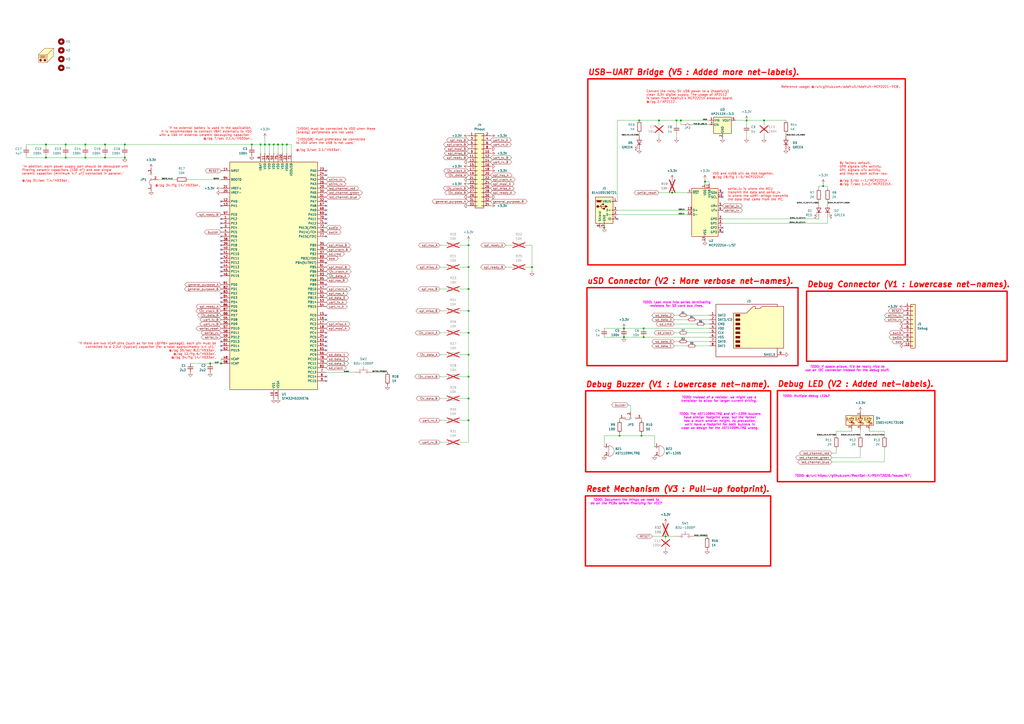
<source format=kicad_sch>
(kicad_sch (version 20250114) (generator "eeschema") (generator_version "9.0")
  (paper "A2")
  (rectangle (start 340.995 45.72) (end 525.145 153.67) (stroke (width 0.8128) (color 255 0 0 1)))
  (rectangle (start 339.598 287.655) (end 447.04 328.295) (stroke (width 0.8128) (color 255 0 0 1)))
  (rectangle (start 340.487 166.878) (end 462.915 212.09) (stroke (width 0.8128) (color 255 0 0 1)))
  (rectangle (start 450.977 226.568) (end 542.29 279.4) (stroke (width 0.8128) (color 255 0 0 1)))
  (rectangle (start 467.868 168.91) (end 584.2 209.55) (stroke (width 0.8128) (color 255 0 0 1)))
  (rectangle (start 339.725 226.695) (end 447.04 273.685) (stroke (width 0.8128) (color 255 0 0 1)))
  (text "Reset Mechanism (V3 : Pull-up footprint)." (at 339.725 285.75 0) (effects (font (size 3.2512 3.2512) (thickness 0.6502) (bold yes) (italic yes)) (justify left bottom)))
  (text "Debug Connector (V1 : Lowercase net-names)." (at 467.995 167.005 0) (effects (font (size 3.2512 3.2512) (thickness 0.6502) (bold yes) (italic yes)) (justify left bottom)))
  (text "\"[VDDA] must be connected to VDD when these\n[analog] peripherals are not used.\"\n\n\"[VDDUSB] must preferably be connected\nto VDD when the USB is not used.\"\n\n@/pg 3/sec 2.1/`H533an`." (at 171.704 87.884 0) (effects (font (size 1.27 1.27) (thickness 0.1588)) (justify left bottom)))
  (text "Convert the noisy 5V USB power to a (hopefully)\nclean 3.3V digital supply. The usage of AP2112\nis taken from Adafruit's MCP2221A breakout board.\n@/pg 2/`AP2112`." (at 374.904 59.944 0) (effects (font (size 1.27 1.27) (thickness 0.1588)) (justify left bottom)))
  (text "TODO: Instead of a resistor, we might use a\ntransistor to allow for larger current driving." (at 417.068 231.648 0) (effects (font (size 1.27 1.27) (thickness 0.254) (bold yes) (italic yes))))
  (text "TODO: Document the things we need to\ndo on the PCBs before finalizing for VCC?" (at 363.22 291.084 0) (effects (font (size 1.27 1.27) (thickness 0.254) (bold yes) (italic yes))))
  (text "TODO: @/url:`https://github.com/RockSat-X/RSXVT2026/issues/97`." (at 494.792 276.098 0) (effects (font (size 1.27 1.27) (thickness 0.254) (bold yes) (italic yes))))
  (text "TODO: If space allows, it'd be really nice to\nuse an IDC connector instead for the debug stuff." (at 491.49 213.868 0) (effects (font (size 1.27 1.27) (thickness 0.254) (bold yes) (italic yes))))
  (text "TODO: The AST1109MLTRQ and WT-1205 buzzers\nhave similar footprint area, but the former\nhas a much smaller height. As precaution,\nwe'll have a footprint for both buzzers in\ncase we design for the AST1109MLTRQ wrong." (at 417.576 244.348 0) (effects (font (size 1.27 1.27) (thickness 0.254) (bold yes) (italic yes))))
  (text "Debug Buzzer (V1 : Lowercase net-name)." (at 339.598 225.044 0) (effects (font (size 3.2512 3.2512) (thickness 0.6502) (bold yes) (italic yes)) (justify left bottom)))
  (text "\"If there are two VCAP pins (such as for the LQFP64 package), each pin must be\nconnected to a 2.2uF (typical) capacitor (for a total approximately 4.4 uF).\"\n@/pg 35/sec 8.2/`H533an`.\n@/pg 12/fig 6/`H533an`.\n@/pg 34/fig 14/`H533an`." (at 125.476 208.28 0) (effects (font (size 1.27 1.27) (thickness 0.1588)) (justify right bottom)))
  (text "TODO: Multiple debug LEDs?" (at 467.614 229.87 0) (effects (font (size 1.27 1.27) (thickness 0.254) (bold yes) (italic yes))))
  (text "USB-UART Bridge (V5 : Added more net-labels)." (at 340.868 43.942 0) (effects (font (size 3.2512 3.2512) (thickness 0.6502) (bold yes) (italic yes)) (justify left bottom)))
  (text "\"In addition, each power supply pair should be decoupled with\nfiltering ceramic capacitors (100 nF) and one single\nceramic capacitor (minimum 4.7 uF) connected in parallel.\"\n\n@/pg 31/sec 7.4/`H533an`." (at 12.7 96.012 0) (effects (font (size 1.27 1.27) (thickness 0.1588)) (justify left top)))
  (text "TODO: Look more into series terminating\nresistors for SD card bus lines." (at 392.43 176.53 0) (effects (font (size 1.27 1.27) (thickness 0.254) (bold yes) (italic yes))))
  (text "\"If no external battery is used in the application,\nit is recommended to connect VBAT externally to VDD\nwith a 100 nF external ceramic decoupling capacitor.\"\n@/pg 7/sec 2.1.4/`H533an`." (at 146.05 81.28 0) (effects (font (size 1.27 1.27) (thickness 0.1588)) (justify right bottom)))
  (text "Reference usage: @/url:`github.com/adafruit/Adafruit-MCP2221-PCB`." (at 522.224 49.784 0) (effects (font (size 1.27 1.27) (thickness 0.1588)) (justify right top)))
  (text "Debug LED (V2 : Added net-labels)." (at 450.85 224.79 0) (effects (font (size 3.2512 3.2512) (thickness 0.6502) (bold yes) (italic yes)) (justify left bottom)))
  (text "uSD Connector (V2 : More verbose net-names)." (at 340.36 165.1 0) (effects (font (size 3.2512 3.2512) (thickness 0.6502) (bold yes) (italic yes)) (justify left bottom)))
  (text "@/pg 34/fig 14/`H533an`." (at 89.916 106.934 0) (effects (font (size 1.27 1.27) (thickness 0.1588)) (justify left top)))
  (text "VDD and VUSB will be tied together.\n@/pg 18/fig 1-5/`MCP2221A`." (at 413.258 103.632 0) (effects (font (size 1.27 1.27) (thickness 0.1588)) (justify left bottom)))
  (text "By factory default,\nGP0 signals URx activity,\nGP1 signals UTx activity,\nand they're both active-low.\n\n@/pg 3/tbl l-1/`MCP2221A`.\n@/pg 7/sec 1.4.2/`MCP2221A`." (at 486.918 93.98 0) (effects (font (size 1.27 1.27) (thickness 0.1588)) (justify left top)))
  (text "serial_tx is where the MCU\ntransmit the data and serial_rx\nis where the UART-bridge transmits\nthe data that came from the PC." (at 422.148 116.586 0) (effects (font (size 1.27 1.27) (thickness 0.1588)) (justify left bottom)))
  (junction (at 158.75 83.82))
  (junction (at 477.52 107.95))
  (junction (at 271.78 243.84))
  (junction (at 389.89 111.76))
  (junction (at 443.23 69.85))
  (junction (at 38.1 83.82))
  (junction (at 26.67 83.82))
  (junction (at 361.95 190.5))
  (junction (at 49.53 91.44))
  (junction (at 128.27 210.82))
  (junction (at 271.78 180.34))
  (junction (at 72.39 91.44))
  (junction (at 361.95 195.58))
  (junction (at 382.27 69.85))
  (junction (at 370.84 69.85))
  (junction (at 166.37 83.82))
  (junction (at 394.97 69.85))
  (junction (at 350.52 132.08))
  (junction (at 161.29 83.82))
  (junction (at 386.08 311.15))
  (junction (at 156.21 83.82))
  (junction (at 271.78 231.14))
  (junction (at 163.83 83.82))
  (junction (at 271.78 142.24))
  (junction (at 308.61 154.94))
  (junction (at 49.53 83.82))
  (junction (at 271.78 167.64))
  (junction (at 433.07 69.85))
  (junction (at 271.78 154.94))
  (junction (at 392.43 69.85))
  (junction (at 151.13 83.82))
  (junction (at 72.39 83.82))
  (junction (at 271.78 193.04))
  (junction (at 373.38 195.58))
  (junction (at 60.96 83.82))
  (junction (at 121.92 210.82))
  (junction (at 153.67 83.82))
  (junction (at 373.38 190.5))
  (junction (at 271.78 205.74))
  (junction (at 146.05 83.82))
  (junction (at 359.41 252.73))
  (junction (at 408.94 105.41))
  (junction (at 60.96 91.44))
  (junction (at 372.11 252.73))
  (junction (at 271.78 218.44))
  (junction (at 38.1 91.44))
  (junction (at 26.67 91.44))
  (no_connect (at 189.23 127))
  (no_connect (at 128.27 157.48))
  (no_connect (at 189.23 193.04))
  (no_connect (at 189.23 198.12))
  (no_connect (at 128.27 139.7))
  (no_connect (at 189.23 165.1))
  (no_connect (at 189.23 137.16))
  (no_connect (at 128.27 152.4))
  (no_connect (at 128.27 203.2))
  (no_connect (at 419.1 134.62))
  (no_connect (at 419.1 111.76))
  (no_connect (at 189.23 218.44))
  (no_connect (at 189.23 129.54))
  (no_connect (at 128.27 116.84))
  (no_connect (at 128.27 127))
  (no_connect (at 128.27 154.94))
  (no_connect (at 189.23 121.92))
  (no_connect (at 189.23 99.06))
  (no_connect (at 189.23 195.58))
  (no_connect (at 128.27 149.86))
  (no_connect (at 128.27 200.66))
  (no_connect (at 189.23 182.88))
  (no_connect (at 189.23 124.46))
  (no_connect (at 189.23 119.38))
  (no_connect (at 189.23 152.4))
  (no_connect (at 189.23 185.42))
  (no_connect (at 189.23 101.6))
  (no_connect (at 128.27 142.24))
  (no_connect (at 128.27 119.38))
  (no_connect (at 358.14 127))
  (no_connect (at 189.23 220.98))
  (no_connect (at 128.27 132.08))
  (no_connect (at 189.23 116.84))
  (no_connect (at 419.1 114.3))
  (no_connect (at 128.27 147.32))
  (no_connect (at 128.27 137.16))
  (no_connect (at 128.27 175.26))
  (no_connect (at 128.27 198.12))
  (no_connect (at 189.23 200.66))
  (no_connect (at 128.27 170.18))
  (no_connect (at 419.1 132.08))
  (no_connect (at 189.23 203.2))
  (no_connect (at 128.27 144.78))
  (no_connect (at 128.27 129.54))
  (no_connect (at 128.27 172.72))
  (no_connect (at 128.27 160.02))
  (wire (pts (xy 163.83 83.82) (xy 163.83 88.9)))
  (wire (pts (xy 392.43 69.85) (xy 394.97 69.85)))
  (wire (pts (xy 255.27 243.84) (xy 259.08 243.84)))
  (wire (pts (xy 308.61 154.94) (xy 308.61 157.48)))
  (wire (pts (xy 60.96 90.17) (xy 60.96 91.44)))
  (wire (pts (xy 480.06 118.11) (xy 480.06 116.84)))
  (wire (pts (xy 255.27 167.64) (xy 259.08 167.64)))
  (wire (pts (xy 60.96 91.44) (xy 49.53 91.44)))
  (wire (pts (xy 433.07 72.39) (xy 433.07 69.85)))
  (wire (pts (xy 128.27 208.28) (xy 128.27 210.82)))
  (wire (pts (xy 266.7 180.34) (xy 271.78 180.34)))
  (wire (pts (xy 394.97 72.39) (xy 396.24 72.39)))
  (wire (pts (xy 408.94 105.41) (xy 411.48 105.41)))
  (wire (pts (xy 408.94 105.41) (xy 408.94 106.68)))
  (wire (pts (xy 394.97 69.85) (xy 394.97 72.39)))
  (wire (pts (xy 391.16 198.12) (xy 393.7 198.12)))
  (wire (pts (xy 38.1 83.82) (xy 38.1 85.09)))
  (wire (pts (xy 391.16 185.42) (xy 398.78 185.42)))
  (wire (pts (xy 26.67 91.44) (xy 15.24 91.44)))
  (wire (pts (xy 485.14 250.19) (xy 494.03 250.19)))
  (wire (pts (xy 499.11 248.92) (xy 499.11 252.73)))
  (wire (pts (xy 271.78 154.94) (xy 271.78 167.64)))
  (wire (pts (xy 499.11 265.43) (xy 499.11 260.35)))
  (wire (pts (xy 474.98 118.11) (xy 474.98 116.84)))
  (wire (pts (xy 255.27 231.14) (xy 259.08 231.14)))
  (wire (pts (xy 38.1 90.17) (xy 38.1 91.44)))
  (wire (pts (xy 398.78 182.88) (xy 411.48 182.88)))
  (wire (pts (xy 372.11 242.57) (xy 372.11 243.84)))
  (wire (pts (xy 403.86 200.66) (xy 411.48 200.66)))
  (wire (pts (xy 382.27 69.85) (xy 392.43 69.85)))
  (wire (pts (xy 485.14 250.19) (xy 485.14 252.73)))
  (wire (pts (xy 504.19 248.92) (xy 504.19 250.19)))
  (wire (pts (xy 293.37 154.94) (xy 297.18 154.94)))
  (wire (pts (xy 373.38 195.58) (xy 411.48 195.58)))
  (wire (pts (xy 410.21 311.15) (xy 402.59 311.15)))
  (wire (pts (xy 110.49 210.82) (xy 121.92 210.82)))
  (wire (pts (xy 361.95 195.58) (xy 350.52 195.58)))
  (wire (pts (xy 455.93 78.74) (xy 455.93 77.47)))
  (wire (pts (xy 266.7 231.14) (xy 271.78 231.14)))
  (wire (pts (xy 426.72 69.85) (xy 433.07 69.85)))
  (wire (pts (xy 158.75 83.82) (xy 161.29 83.82)))
  (wire (pts (xy 350.52 252.73) (xy 359.41 252.73)))
  (wire (pts (xy 386.08 311.15) (xy 392.43 311.15)))
  (wire (pts (xy 358.14 124.46) (xy 398.78 124.46)))
  (wire (pts (xy 293.37 142.24) (xy 297.18 142.24)))
  (wire (pts (xy 419.1 129.54) (xy 480.06 129.54)))
  (wire (pts (xy 153.67 80.01) (xy 153.67 83.82)))
  (wire (pts (xy 482.6 262.89) (xy 485.14 262.89)))
  (wire (pts (xy 403.86 185.42) (xy 411.48 185.42)))
  (wire (pts (xy 358.14 69.85) (xy 358.14 116.84)))
  (wire (pts (xy 266.7 193.04) (xy 271.78 193.04)))
  (wire (pts (xy 398.78 198.12) (xy 411.48 198.12)))
  (wire (pts (xy 255.27 218.44) (xy 259.08 218.44)))
  (wire (pts (xy 271.78 180.34) (xy 271.78 193.04)))
  (wire (pts (xy 91.44 104.14) (xy 101.6 104.14)))
  (wire (pts (xy 474.98 107.95) (xy 474.98 109.22)))
  (wire (pts (xy 271.78 167.64) (xy 271.78 180.34)))
  (wire (pts (xy 419.1 127) (xy 474.98 127)))
  (wire (pts (xy 494.03 250.19) (xy 494.03 248.92)))
  (wire (pts (xy 433.07 80.01) (xy 433.07 77.47)))
  (wire (pts (xy 304.8 142.24) (xy 308.61 142.24)))
  (wire (pts (xy 480.06 107.95) (xy 480.06 109.22)))
  (wire (pts (xy 477.52 106.68) (xy 477.52 107.95)))
  (wire (pts (xy 391.16 187.96) (xy 403.86 187.96)))
  (wire (pts (xy 443.23 80.01) (xy 443.23 77.47)))
  (wire (pts (xy 156.21 83.82) (xy 158.75 83.82)))
  (wire (pts (xy 392.43 80.01) (xy 392.43 77.47)))
  (wire (pts (xy 474.98 125.73) (xy 474.98 127)))
  (wire (pts (xy 38.1 83.82) (xy 49.53 83.82)))
  (wire (pts (xy 271.78 193.04) (xy 271.78 205.74)))
  (wire (pts (xy 109.22 104.14) (xy 128.27 104.14)))
  (wire (pts (xy 482.6 265.43) (xy 499.11 265.43)))
  (wire (pts (xy 378.46 311.15) (xy 386.08 311.15)))
  (wire (pts (xy 379.73 259.08) (xy 379.73 252.73)))
  (wire (pts (xy 255.27 205.74) (xy 259.08 205.74)))
  (wire (pts (xy 411.48 105.41) (xy 411.48 106.68)))
  (wire (pts (xy 72.39 91.44) (xy 72.39 90.17)))
  (wire (pts (xy 271.78 205.74) (xy 271.78 218.44)))
  (wire (pts (xy 271.78 243.84) (xy 271.78 256.54)))
  (wire (pts (xy 480.06 129.54) (xy 480.06 125.73)))
  (wire (pts (xy 304.8 154.94) (xy 308.61 154.94)))
  (wire (pts (xy 513.08 250.19) (xy 513.08 252.73)))
  (wire (pts (xy 146.05 85.09) (xy 146.05 83.82)))
  (wire (pts (xy 347.98 132.08) (xy 350.52 132.08)))
  (wire (pts (xy 361.95 190.5) (xy 373.38 190.5)))
  (wire (pts (xy 166.37 83.82) (xy 163.83 83.82)))
  (wire (pts (xy 365.76 234.95) (xy 365.76 238.76)))
  (wire (pts (xy 370.84 78.74) (xy 370.84 77.47)))
  (wire (pts (xy 370.84 69.85) (xy 382.27 69.85)))
  (wire (pts (xy 370.84 69.85) (xy 358.14 69.85)))
  (wire (pts (xy 361.95 195.58) (xy 373.38 195.58)))
  (wire (pts (xy 386.08 311.15) (xy 386.08 312.42)))
  (wire (pts (xy 482.6 267.97) (xy 513.08 267.97)))
  (wire (pts (xy 266.7 167.64) (xy 271.78 167.64)))
  (wire (pts (xy 72.39 83.82) (xy 146.05 83.82)))
  (wire (pts (xy 166.37 83.82) (xy 168.91 83.82)))
  (wire (pts (xy 372.11 251.46) (xy 372.11 252.73)))
  (wire (pts (xy 49.53 83.82) (xy 49.53 85.09)))
  (wire (pts (xy 163.83 83.82) (xy 161.29 83.82)))
  (wire (pts (xy 386.08 317.5) (xy 386.08 318.77)))
  (wire (pts (xy 121.92 210.82) (xy 128.27 210.82)))
  (wire (pts (xy 443.23 69.85) (xy 455.93 69.85)))
  (wire (pts (xy 26.67 83.82) (xy 38.1 83.82)))
  (wire (pts (xy 433.07 69.85) (xy 443.23 69.85)))
  (wire (pts (xy 364.49 234.95) (xy 365.76 234.95)))
  (wire (pts (xy 151.13 83.82) (xy 153.67 83.82)))
  (wire (pts (xy 504.19 250.19) (xy 513.08 250.19)))
  (wire (pts (xy 401.32 72.39) (xy 411.48 72.39)))
  (wire (pts (xy 513.08 267.97) (xy 513.08 260.35)))
  (wire (pts (xy 271.78 231.14) (xy 271.78 243.84)))
  (wire (pts (xy 49.53 83.82) (xy 60.96 83.82)))
  (wire (pts (xy 168.91 83.82) (xy 168.91 88.9)))
  (wire (pts (xy 156.21 83.82) (xy 156.21 88.9)))
  (wire (pts (xy 359.41 251.46) (xy 359.41 252.73)))
  (wire (pts (xy 477.52 107.95) (xy 480.06 107.95)))
  (wire (pts (xy 393.7 182.88) (xy 391.16 182.88)))
  (wire (pts (xy 379.73 252.73) (xy 372.11 252.73)))
  (wire (pts (xy 255.27 256.54) (xy 259.08 256.54)))
  (wire (pts (xy 255.27 180.34) (xy 259.08 180.34)))
  (wire (pts (xy 266.7 218.44) (xy 271.78 218.44)))
  (wire (pts (xy 391.16 193.04) (xy 393.7 193.04)))
  (wire (pts (xy 271.78 218.44) (xy 271.78 231.14)))
  (wire (pts (xy 215.9 215.9) (xy 224.79 215.9)))
  (wire (pts (xy 255.27 154.94) (xy 259.08 154.94)))
  (wire (pts (xy 153.67 83.82) (xy 156.21 83.82)))
  (wire (pts (xy 151.13 83.82) (xy 151.13 88.9)))
  (wire (pts (xy 382.27 111.76) (xy 389.89 111.76)))
  (wire (pts (xy 161.29 83.82) (xy 161.29 88.9)))
  (wire (pts (xy 350.52 190.5) (xy 361.95 190.5)))
  (wire (pts (xy 60.96 83.82) (xy 60.96 85.09)))
  (wire (pts (xy 358.14 121.92) (xy 398.78 121.92)))
  (wire (pts (xy 26.67 90.17) (xy 26.67 91.44)))
  (wire (pts (xy 271.78 142.24) (xy 271.78 154.94)))
  (wire (pts (xy 26.67 85.09) (xy 26.67 83.82)))
  (wire (pts (xy 308.61 142.24) (xy 308.61 154.94)))
  (wire (pts (xy 26.67 83.82) (xy 15.24 83.82)))
  (wire (pts (xy 72.39 83.82) (xy 72.39 85.09)))
  (wire (pts (xy 271.78 139.7) (xy 271.78 142.24)))
  (wire (pts (xy 382.27 80.01) (xy 382.27 77.47)))
  (wire (pts (xy 485.14 262.89) (xy 485.14 260.35)))
  (wire (pts (xy 389.89 111.76) (xy 398.78 111.76)))
  (wire (pts (xy 49.53 90.17) (xy 49.53 91.44)))
  (wire (pts (xy 394.97 69.85) (xy 411.48 69.85)))
  (wire (pts (xy 15.24 83.82) (xy 15.24 85.09)))
  (wire (pts (xy 255.27 142.24) (xy 259.08 142.24)))
  (wire (pts (xy 350.52 252.73) (xy 350.52 259.08)))
  (wire (pts (xy 443.23 72.39) (xy 443.23 69.85)))
  (wire (pts (xy 266.7 154.94) (xy 271.78 154.94)))
  (wire (pts (xy 146.05 83.82) (xy 151.13 83.82)))
  (wire (pts (xy 408.94 104.14) (xy 408.94 105.41)))
  (wire (pts (xy 373.38 190.5) (xy 411.48 190.5)))
  (wire (pts (xy 26.67 91.44) (xy 38.1 91.44)))
  (wire (pts (xy 266.7 142.24) (xy 271.78 142.24)))
  (wire (pts (xy 72.39 83.82) (xy 60.96 83.82)))
  (wire (pts (xy 38.1 91.44) (xy 49.53 91.44)))
  (wire (pts (xy 72.39 91.44) (xy 60.96 91.44)))
  (wire (pts (xy 189.23 215.9) (xy 205.74 215.9)))
  (wire (pts (xy 15.24 90.17) (xy 15.24 91.44)))
  (wire (pts (xy 474.98 107.95) (xy 477.52 107.95)))
  (wire (pts (xy 359.41 242.57) (xy 359.41 243.84)))
  (wire (pts (xy 266.7 205.74) (xy 271.78 205.74)))
  (wire (pts (xy 392.43 72.39) (xy 392.43 69.85)))
  (wire (pts (xy 398.78 193.04) (xy 411.48 193.04)))
  (wire (pts (xy 153.67 83.82) (xy 153.67 88.9)))
  (wire (pts (xy 255.27 193.04) (xy 259.08 193.04)))
  (wire (pts (xy 166.37 83.82) (xy 166.37 88.9)))
  (wire (pts (xy 266.7 243.84) (xy 271.78 243.84)))
  (wire (pts (xy 391.16 200.66) (xy 398.78 200.66)))
  (wire (pts (xy 382.27 72.39) (xy 382.27 69.85)))
  (wire (pts (xy 266.7 256.54) (xy 271.78 256.54)))
  (wire (pts (xy 408.94 187.96) (xy 411.48 187.96)))
  (wire (pts (xy 359.41 252.73) (xy 372.11 252.73)))
  (wire (pts (xy 158.75 83.82) (xy 158.75 88.9)))
  (label "SERIAL_RX_ACTIVITY" (at 467.36 129.54 180) (effects (font (size 0.635 0.635))))
  (label "DEBUG_LED_B_CATHODE" (at 513.08 252.73 180) (effects (font (size 0.635 0.635))))
  (label "USB_D+" (at 397.51 121.92 180) (effects (font (size 0.635 0.635))))
  (label "SERIAL_TX_ACTIVITY_ANODE" (at 474.98 118.11 180) (effects (font (size 0.635 0.635))))
  (label "SERIAL_RX_ACTIVITY_ANODE" (at 480.06 118.11 0) (effects (font (size 0.635 0.635))))
  (label "VBUS_VOUT_LED_ANODE" (at 455.93 78.74 0) (effects (font (size 0.635 0.635))))
  (label "RESET_PRESSED" (at 402.59 311.15 0) (effects (font (size 0.635 0.635))))
  (label "USB_D-" (at 397.51 124.46 180) (effects (font (size 0.635 0.635))))
  (label "BUTTON_PRESSED" (at 215.9 215.9 0) (effects (font (size 0.635 0.635))))
  (label "VBUS" (at 410.21 69.85 180) (effects (font (size 0.635 0.635))))
  (label "BOOT0_VALUE" (at 100.33 104.14 180) (effects (font (size 0.635 0.635))))
  (label "VBUS_VIN_LED_ANODE" (at 370.84 78.74 180) (effects (font (size 0.635 0.635))))
  (label "VCAP" (at 127 210.82 180) (effects (font (size 0.635 0.635))))
  (label "BOOT0" (at 127 104.14 180) (effects (font (size 0.635 0.635))))
  (label "button" (at 199.39 215.9 0) (effects (font (size 0.635 0.635))))
  (label "PWR_BY_USB_EN" (at 410.21 72.39 180) (effects (font (size 0.635 0.635))))
  (label "DEBUG_LED_G_CATHODE" (at 499.11 252.73 180) (effects (font (size 0.635 0.635))))
  (label "DEBUG_LED_R_CATHODE" (at 485.14 252.73 180) (effects (font (size 0.635 0.635))))
  (label "SERIAL_TX_ACTIVITY" (at 467.36 127 180) (effects (font (size 0.635 0.635))))
  (global_label "swo" (shape bidirectional) (at 524.51 198.12 180) (property "Intersheetrefs" "${INTERSHEET_REFS}" (effects (hide yes))))
  (global_label "serial_reset" (shape bidirectional) (at 382.27 111.76 180) (property "Intersheetrefs" "${INTERSHEET_REFS}" (effects (hide yes))))
  (global_label "spi_miso_B" (shape bidirectional) (at 271.78 88.9 180) (property "Intersheetrefs" "${INTERSHEET_REFS}" (effects (hide yes))))
  (global_label "serial_tx" (shape bidirectional) (at 419.1 119.38 0) (property "Intersheetrefs" "${INTERSHEET_REFS}" (effects (hide yes))))
  (global_label "serial_reset" (shape bidirectional) (at 128.27 190.5 180) (property "Intersheetrefs" "${INTERSHEET_REFS}" (effects (hide yes))))
  (global_label "spi_mosi_A" (shape bidirectional) (at 284.48 106.68 0) (property "Intersheetrefs" "${INTERSHEET_REFS}" (effects (hide yes))))
  (global_label "spi_miso_A" (shape bidirectional) (at 255.27 154.94 180) (property "Intersheetrefs" "${INTERSHEET_REFS}" (effects (hide yes))))
  (global_label "i2c_data_A" (shape bidirectional) (at 255.27 205.74 180) (property "Intersheetrefs" "${INTERSHEET_REFS}" (effects (hide yes))))
  (global_label "general_purpose_A" (shape bidirectional) (at 128.27 165.1 180) (property "Intersheetrefs" "${INTERSHEET_REFS}" (effects (hide yes))))
  (global_label "spi_nss_A" (shape bidirectional) (at 255.27 142.24 180) (property "Intersheetrefs" "${INTERSHEET_REFS}" (effects (hide yes))))
  (global_label "swdio" (shape bidirectional) (at 189.23 132.08 0) (property "Intersheetrefs" "${INTERSHEET_REFS}" (effects (hide yes))))
  (global_label "spi_ready_A" (shape bidirectional) (at 293.37 142.24 180) (property "Intersheetrefs" "${INTERSHEET_REFS}" (effects (hide yes))))
  (global_label "serial_rx" (shape bidirectional) (at 419.1 121.92 0) (property "Intersheetrefs" "${INTERSHEET_REFS}" (effects (hide yes))))
  (global_label "led_channel_blue" (shape bidirectional) (at 189.23 114.3 0) (property "Intersheetrefs" "${INTERSHEET_REFS}" (effects (hide yes))))
  (global_label "led_channel_red" (shape bidirectional) (at 189.23 109.22 0) (property "Intersheetrefs" "${INTERSHEET_REFS}" (effects (hide yes))))
  (global_label "RESET" (shape bidirectional) (at 524.51 180.34 180) (property "Intersheetrefs" "${INTERSHEET_REFS}" (effects (hide yes))))
  (global_label "i2c_clock_A" (shape bidirectional) (at 189.23 157.48 0) (property "Intersheetrefs" "${INTERSHEET_REFS}" (effects (hide yes))))
  (global_label "spi_miso_A" (shape bidirectional) (at 284.48 109.22 0) (property "Intersheetrefs" "${INTERSHEET_REFS}" (effects (hide yes))))
  (global_label "spi_ready_B" (shape bidirectional) (at 271.78 91.44 180) (property "Intersheetrefs" "${INTERSHEET_REFS}" (effects (hide yes))))
  (global_label "buzzer" (shape bidirectional) (at 364.49 234.95 180) (property "Intersheetrefs" "${INTERSHEET_REFS}" (effects (hide yes))))
  (global_label "i2c_clock_A" (shape bidirectional) (at 271.78 99.06 180) (property "Intersheetrefs" "${INTERSHEET_REFS}" (effects (hide yes))))
  (global_label "spi_ready_A" (shape bidirectional) (at 284.48 111.76 0) (property "Intersheetrefs" "${INTERSHEET_REFS}" (effects (hide yes))))
  (global_label "spi_miso_B" (shape bidirectional) (at 255.27 180.34 180) (property "Intersheetrefs" "${INTERSHEET_REFS}" (effects (hide yes))))
  (global_label "uart_tx_A" (shape bidirectional) (at 189.23 175.26 0) (property "Intersheetrefs" "${INTERSHEET_REFS}" (effects (hide yes))))
  (global_label "swclk" (shape bidirectional) (at 524.51 193.04 180) (property "Intersheetrefs" "${INTERSHEET_REFS}" (effects (hide yes))))
  (global_label "led_channel_green" (shape bidirectional) (at 482.6 265.43 180) (property "Intersheetrefs" "${INTERSHEET_REFS}" (effects (hide yes))))
  (global_label "spi_mosi_B" (shape bidirectional) (at 189.23 154.94 0) (property "Intersheetrefs" "${INTERSHEET_REFS}" (effects (hide yes))))
  (global_label "RESET" (shape bidirectional) (at 128.27 99.06 180) (property "Intersheetrefs" "${INTERSHEET_REFS}" (effects (hide yes))))
  (global_label "spi_mosi_A" (shape bidirectional) (at 189.23 190.5 0) (property "Intersheetrefs" "${INTERSHEET_REFS}" (effects (hide yes))))
  (global_label "stlink_tx" (shape bidirectional) (at 524.51 182.88 180) (property "Intersheetrefs" "${INTERSHEET_REFS}" (effects (hide yes))))
  (global_label "sd_data_0" (shape bidirectional) (at 189.23 172.72 0) (property "Intersheetrefs" "${INTERSHEET_REFS}" (effects (hide yes))))
  (global_label "i2c_clock_B" (shape bidirectional) (at 255.27 218.44 180) (property "Intersheetrefs" "${INTERSHEET_REFS}" (effects (hide yes))))
  (global_label "spi_miso_A" (shape bidirectional) (at 189.23 187.96 0) (property "Intersheetrefs" "${INTERSHEET_REFS}" (effects (hide yes))))
  (global_label "uart_tx_B" (shape bidirectional) (at 128.27 185.42 180) (property "Intersheetrefs" "${INTERSHEET_REFS}" (effects (hide yes))))
  (global_label "swo" (shape bidirectional) (at 189.23 149.86 0) (property "Intersheetrefs" "${INTERSHEET_REFS}" (effects (hide yes))))
  (global_label "sd_clock" (shape bidirectional) (at 189.23 213.36 0) (property "Intersheetrefs" "${INTERSHEET_REFS}" (effects (hide yes))))
  (global_label "sd_data_1" (shape bidirectional) (at 189.23 205.74 0) (property "Intersheetrefs" "${INTERSHEET_REFS}" (effects (hide yes))))
  (global_label "serial_rx" (shape bidirectional) (at 128.27 193.04 180) (property "Intersheetrefs" "${INTERSHEET_REFS}" (effects (hide yes))))
  (global_label "swdio" (shape bidirectional) (at 524.51 195.58 180) (property "Intersheetrefs" "${INTERSHEET_REFS}" (effects (hide yes))))
  (global_label "general_purpose_B" (shape bidirectional) (at 284.48 116.84 0) (property "Intersheetrefs" "${INTERSHEET_REFS}" (effects (hide yes))))
  (global_label "uart_rx_B" (shape bidirectional) (at 284.48 93.98 0) (property "Intersheetrefs" "${INTERSHEET_REFS}" (effects (hide yes))))
  (global_label "sd_data_2" (shape bidirectional) (at 189.23 208.28 0) (property "Intersheetrefs" "${INTERSHEET_REFS}" (effects (hide yes))))
  (global_label "sd_cmd" (shape bidirectional) (at 391.16 187.96 180) (property "Intersheetrefs" "${INTERSHEET_REFS}" (effects (hide yes))))
  (global_label "i2c_clock_B" (shape bidirectional) (at 128.27 180.34 180) (property "Intersheetrefs" "${INTERSHEET_REFS}" (effects (hide yes))))
  (global_label "i2c_data_A" (shape bidirectional) (at 189.23 160.02 0) (property "Intersheetrefs" "${INTERSHEET_REFS}" (effects (hide yes))))
  (global_label "sd_cmd" (shape bidirectional) (at 189.23 147.32 0) (property "Intersheetrefs" "${INTERSHEET_REFS}" (effects (hide yes))))
  (global_label "uart_rx_A" (shape bidirectional) (at 255.27 243.84 180) (property "Intersheetrefs" "${INTERSHEET_REFS}" (effects (hide yes))))
  (global_label "uart_rx_A" (shape bidirectional) (at 189.23 177.8 0) (property "Intersheetrefs" "${INTERSHEET_REFS}" (effects (hide yes))))
  (global_label "stlink_rx" (shape bidirectional) (at 524.51 185.42 180) (property "Intersheetrefs" "${INTERSHEET_REFS}" (effects (hide yes))))
  (global_label "uart_tx_B" (shape bidirectional) (at 284.48 91.44 0) (property "Intersheetrefs" "${INTERSHEET_REFS}" (effects (hide yes))))
  (global_label "spi_ready_B" (shape bidirectional) (at 293.37 154.94 180) (property "Intersheetrefs" "${INTERSHEET_REFS}" (effects (hide yes))))
  (global_label "spi_ready_B" (shape bidirectional) (at 128.27 124.46 180) (property "Intersheetrefs" "${INTERSHEET_REFS}" (effects (hide yes))))
  (global_label "spi_mosi_B" (shape bidirectional) (at 271.78 86.36 180) (property "Intersheetrefs" "${INTERSHEET_REFS}" (effects (hide yes))))
  (global_label "uart_tx_A" (shape bidirectional) (at 284.48 81.28 0) (property "Intersheetrefs" "${INTERSHEET_REFS}" (effects (hide yes))))
  (global_label "led_channel_red" (shape bidirectional) (at 482.6 262.89 180) (property "Intersheetrefs" "${INTERSHEET_REFS}" (effects (hide yes))))
  (global_label "sd_data_1" (shape bidirectional) (at 391.16 200.66 180) (property "Intersheetrefs" "${INTERSHEET_REFS}" (effects (hide yes))))
  (global_label "spi_nss_B" (shape bidirectional) (at 255.27 167.64 180) (property "Intersheetrefs" "${INTERSHEET_REFS}" (effects (hide yes))))
  (global_label "sd_data_3" (shape bidirectional) (at 189.23 210.82 0) (property "Intersheetrefs" "${INTERSHEET_REFS}" (effects (hide yes))))
  (global_label "spi_clock_B" (shape bidirectional) (at 189.23 144.78 0) (property "Intersheetrefs" "${INTERSHEET_REFS}" (effects (hide yes))))
  (global_label "uart_rx_B" (shape bidirectional) (at 128.27 187.96 180) (property "Intersheetrefs" "${INTERSHEET_REFS}" (effects (hide yes))))
  (global_label "spi_clock_A" (shape bidirectional) (at 284.48 104.14 0) (property "Intersheetrefs" "${INTERSHEET_REFS}" (effects (hide yes))))
  (global_label "i2c_clock_A" (shape bidirectional) (at 255.27 193.04 180) (property "Intersheetrefs" "${INTERSHEET_REFS}" (effects (hide yes))))
  (global_label "spi_nss_B" (shape bidirectional) (at 271.78 81.28 180) (property "Intersheetrefs" "${INTERSHEET_REFS}" (effects (hide yes))))
  (global_label "serial_tx" (shape bidirectional) (at 128.27 195.58 180) (property "Intersheetrefs" "${INTERSHEET_REFS}" (effects (hide yes))))
  (global_label "uart_rx_A" (shape bidirectional) (at 284.48 83.82 0) (property "Intersheetrefs" "${INTERSHEET_REFS}" (effects (hide yes))))
  (global_label "stlink_tx" (shape bidirectional) (at 189.23 104.14 0) (property "Intersheetrefs" "${INTERSHEET_REFS}" (effects (hide yes))))
  (global_label "i2c_data_B" (shape bidirectional) (at 271.78 111.76 180) (property "Intersheetrefs" "${INTERSHEET_REFS}" (effects (hide yes))))
  (global_label "spi_nss_B" (shape bidirectional) (at 189.23 162.56 0) (property "Intersheetrefs" "${INTERSHEET_REFS}" (effects (hide yes))))
  (global_label "spi_clock_B" (shape bidirectional) (at 271.78 83.82 180) (property "Intersheetrefs" "${INTERSHEET_REFS}" (effects (hide yes))))
  (global_label "i2c_data_B" (shape bidirectional) (at 128.27 182.88 180) (property "Intersheetrefs" "${INTERSHEET_REFS}" (effects (hide yes))))
  (global_label "spi_clock_A" (shape bidirectional) (at 189.23 167.64 0) (property "Intersheetrefs" "${INTERSHEET_REFS}" (effects (hide yes))))
  (global_label "RESET" (shape bidirectional) (at 378.46 311.15 180) (property "Intersheetrefs" "${INTERSHEET_REFS}" (effects (hide yes))))
  (global_label "sd_data_2" (shape bidirectional) (at 391.16 182.88 180) (property "Intersheetrefs" "${INTERSHEET_REFS}" (effects (hide yes))))
  (global_label "spi_ready_A" (shape bidirectional) (at 128.27 177.8 180) (property "Intersheetrefs" "${INTERSHEET_REFS}" (effects (hide yes))))
  (global_label "general_purpose_A" (shape bidirectional) (at 271.78 116.84 180) (property "Intersheetrefs" "${INTERSHEET_REFS}" (effects (hide yes))))
  (global_label "uart_rx_B" (shape bidirectional) (at 255.27 256.54 180) (property "Intersheetrefs" "${INTERSHEET_REFS}" (effects (hide yes))))
  (global_label "spi_nss_A" (shape bidirectional) (at 189.23 170.18 0) (property "Intersheetrefs" "${INTERSHEET_REFS}" (effects (hide yes))))
  (global_label "sd_data_0" (shape bidirectional) (at 391.16 198.12 180) (property "Intersheetrefs" "${INTERSHEET_REFS}" (effects (hide yes))))
  (global_label "swclk" (shape bidirectional) (at 189.23 134.62 0) (property "Intersheetrefs" "${INTERSHEET_REFS}" (effects (hide yes))))
  (global_label "spi_nss_A" (shape bidirectional) (at 284.48 101.6 0) (property "Intersheetrefs" "${INTERSHEET_REFS}" (effects (hide yes))))
  (global_label "led_channel_green" (shape bidirectional) (at 189.23 111.76 0) (property "Intersheetrefs" "${INTERSHEET_REFS}" (effects (hide yes))))
  (global_label "sd_clock" (shape bidirectional) (at 391.16 193.04 180) (property "Intersheetrefs" "${INTERSHEET_REFS}" (effects (hide yes))))
  (global_label "general_purpose_B" (shape bidirectional) (at 128.27 167.64 180) (property "Intersheetrefs" "${INTERSHEET_REFS}" (effects (hide yes))))
  (global_label "buzzer" (shape bidirectional) (at 128.27 134.62 180) (property "Intersheetrefs" "${INTERSHEET_REFS}" (effects (hide yes))))
  (global_label "spi_miso_B" (shape bidirectional) (at 189.23 142.24 0) (property "Intersheetrefs" "${INTERSHEET_REFS}" (effects (hide yes))))
  (global_label "i2c_data_B" (shape bidirectional) (at 255.27 231.14 180) (property "Intersheetrefs" "${INTERSHEET_REFS}" (effects (hide yes))))
  (global_label "led_channel_blue" (shape bidirectional) (at 482.6 267.97 180) (property "Intersheetrefs" "${INTERSHEET_REFS}" (effects (hide yes))))
  (global_label "sd_data_3" (shape bidirectional) (at 391.16 185.42 180) (property "Intersheetrefs" "${INTERSHEET_REFS}" (effects (hide yes))))
  (global_label "i2c_clock_B" (shape bidirectional) (at 271.78 109.22 180) (property "Intersheetrefs" "${INTERSHEET_REFS}" (effects (hide yes))))
  (global_label "i2c_data_A" (shape bidirectional) (at 271.78 101.6 180) (property "Intersheetrefs" "${INTERSHEET_REFS}" (effects (hide yes))))
  (global_label "stlink_rx" (shape bidirectional) (at 189.23 106.68 0) (property "Intersheetrefs" "${INTERSHEET_REFS}" (effects (hide yes))))
  (symbol (lib_id "Device:LED") (at 370.84 82.55 270) (mirror x) (unit 1)
    (property "Reference" "D5" (at 367.03 82.8674 90) (effects (justify right)))
    (property "Value" "GREEN" (at 367.03 85.4074 90) (effects (justify right)))
    (property "Footprint" "LED_SMD:LED_1206_3216Metric_Pad1.42x1.75mm_HandSolder" (effects (hide yes)))
    (property "Description" "Light emitting diode" (effects (hide yes)))
    (property "Sim.Pins" "1=K 2=A" (effects (hide yes)))
  )
  (symbol (lib_id "Device:R") (at 370.84 73.66 0) (unit 1)
    (property "Reference" "R15" (at 368.3 72.3899 0) (effects (justify right)))
    (property "Value" "4K" (at 368.3 74.9299 0) (effects (justify right)))
    (property "Footprint" "Resistor_SMD:R_1206_3216Metric_Pad1.30x1.75mm_HandSolder" (effects (hide yes)))
    (property "Description" "Resistor" (effects (hide yes)))
  )
  (symbol (lib_id "power:+3.3V") (at 524.51 177.8 90) (unit 1)
    (property "Reference" "#PWR012" (effects (hide yes)))
    (property "Value" "+3.3V" (at 520.7 177.7999 90) (effects (justify left)))
    (property "Description" "Power symbol creates a global label with name \"+3.3V\"" (effects (hide yes)))
  )
  (symbol (lib_id "Device:R") (at 410.21 314.96 0) (mirror y) (unit 1)
    (property "Reference" "R16" (at 412.75 313.6899 0) (effects (justify right)))
    (property "Value" "1K" (at 412.75 316.2299 0) (effects (justify right)))
    (property "Footprint" "Resistor_SMD:R_1206_3216Metric_Pad1.30x1.75mm_HandSolder" (effects (hide yes)))
    (property "Description" "Resistor" (effects (hide yes)))
  )
  (symbol (lib_id "Mechanical:Housing") (at 27.94 31.75 0) (unit 1)
    (property "Reference" "N1" (effects (hide yes)))
    (property "Value" "Housing" (effects (hide yes)))
    (property "Footprint" "pcb:MainFlightComputerHousing" (effects (hide yes)))
    (property "Description" "Housing" (effects (hide yes)))
  )
  (symbol (lib_id "power:GND") (at 350.52 132.08 0) (unit 1)
    (property "Reference" "#PWR011" (effects (hide yes)))
    (property "Value" "GND" (effects (hide yes)))
    (property "Description" "Power symbol creates a global label with name \"GND\" , ground" (effects (hide yes)))
  )
  (symbol (lib_id "power:GND") (at 379.73 264.16 0) (unit 1)
    (property "Reference" "#PWR029" (effects (hide yes)))
    (property "Value" "GND" (effects (hide yes)))
    (property "Description" "Power symbol creates a global label with name \"GND\" , ground" (effects (hide yes)))
  )
  (symbol (lib_id "Device:R") (at 224.79 219.71 0) (mirror y) (unit 1)
    (property "Reference" "R18" (at 227.33 218.4399 0) (effects (justify right)))
    (property "Value" "1K" (at 227.33 220.9799 0) (effects (justify right)))
    (property "Footprint" "Resistor_SMD:R_1206_3216Metric_Pad1.30x1.75mm_HandSolder" (effects (hide yes)))
    (property "Description" "Resistor" (effects (hide yes)))
  )
  (symbol (lib_id "Device:R") (at 262.89 243.84 90) (unit 1) (dnp yes)
    (property "Reference" "R30" (at 262.89 237.49 90))
    (property "Value" "10K" (at 262.89 240.03 90))
    (property "Footprint" "Resistor_SMD:R_1206_3216Metric_Pad1.30x1.75mm_HandSolder" (effects (hide yes)))
    (property "Description" "Resistor" (effects (hide yes)))
  )
  (symbol (lib_id "power:GND") (at 350.52 264.16 0) (unit 1)
    (property "Reference" "#PWR028" (effects (hide yes)))
    (property "Value" "GND" (effects (hide yes)))
    (property "Description" "Power symbol creates a global label with name \"GND\" , ground" (effects (hide yes)))
  )
  (symbol (lib_id "Device:R_Small") (at 396.24 182.88 90) (unit 1) (in_bom no)
    (property "Reference" "R1" (at 396.24 181.356 90) (effects (font (size 1.016 1.016))))
    (property "Value" "R_Small" (effects (hide yes)))
    (property "Footprint" "Resistor_SMD:R_1206_3216Metric_Pad1.30x1.75mm_HandSolder" (effects (hide yes)))
    (property "Description" "Resistor, small symbol" (effects (hide yes)))
  )
  (symbol (lib_id "power:+3.3V") (at 284.48 78.74 270) (unit 1)
    (property "Reference" "#PWR031" (effects (hide yes)))
    (property "Value" "+3.3V" (at 288.29 78.7399 90) (effects (justify left)))
    (property "Description" "Power symbol creates a global label with name \"+3.3V\"" (effects (hide yes)))
  )
  (symbol (lib_id "Mechanical:MountingHole") (at 35.56 24.13 0) (unit 1) (in_bom no)
    (property "Reference" "H1" (at 38.1 24.13 0) (effects (justify left)))
    (property "Value" "M3" (effects (hide yes)))
    (property "Footprint" "MountingHole:MountingHole_3.2mm_M3" (effects (hide yes)))
    (property "Description" "Mounting Hole without connection" (effects (hide yes)))
  )
  (symbol (lib_id "Device:C_Small") (at 38.1 87.63 0) (mirror y) (unit 1)
    (property "Reference" "C13" (at 35.56 86.3662 0) (effects (justify left)))
    (property "Value" "100n" (at 35.56 88.9062 0) (effects (justify left)))
    (property "Footprint" "Capacitor_SMD:C_1206_3216Metric_Pad1.33x1.80mm_HandSolder" (effects (hide yes)))
    (property "Description" "Unpolarized capacitor, small symbol" (effects (hide yes)))
  )
  (symbol (lib_id "power:GND") (at 87.63 110.49 0) (unit 1)
    (property "Reference" "#PWR03" (effects (hide yes)))
    (property "Value" "GND" (effects (hide yes)))
    (property "Description" "Power symbol creates a global label with name \"GND\" , ground" (effects (hide yes)))
  )
  (symbol (lib_id "Device:C_Small") (at 386.08 314.96 0) (mirror y) (unit 1) (dnp yes)
    (property "Reference" "C11" (at 383.54 313.6962 0) (effects (justify left)))
    (property "Value" "100n" (at 383.54 316.2362 0) (effects (justify left)))
    (property "Footprint" "Capacitor_SMD:C_1206_3216Metric_Pad1.33x1.80mm_HandSolder" (effects (hide yes)))
    (property "Description" "Unpolarized capacitor, small symbol" (effects (hide yes)))
  )
  (symbol (lib_id "Device:R") (at 262.89 154.94 90) (unit 1) (dnp yes)
    (property "Reference" "R21" (at 262.89 148.59 90))
    (property "Value" "10K" (at 262.89 151.13 90))
    (property "Footprint" "Resistor_SMD:R_1206_3216Metric_Pad1.30x1.75mm_HandSolder" (effects (hide yes)))
    (property "Description" "Resistor" (effects (hide yes)))
  )
  (symbol (lib_id "Device:R_Small") (at 396.24 193.04 90) (unit 1) (in_bom no)
    (property "Reference" "R2" (at 396.24 191.516 90) (effects (font (size 1.016 1.016))))
    (property "Value" "R_Small" (effects (hide yes)))
    (property "Footprint" "Resistor_SMD:R_1206_3216Metric_Pad1.30x1.75mm_HandSolder" (effects (hide yes)))
    (property "Description" "Resistor, small symbol" (effects (hide yes)))
  )
  (symbol (lib_id "Switch:SW_Push") (at 210.82 215.9 0) (unit 1)
    (property "Reference" "SW2" (at 210.82 208.28 0))
    (property "Value" "B3U-1000P" (at 210.82 210.82 0))
    (property "Footprint" "Button_Switch_SMD:SW_SPST_B3U-1000P" (effects (hide yes)))
    (property "Description" "Push button switch, generic, two pins" (effects (hide yes)))
  )
  (symbol (lib_id "Device:C_Small") (at 15.24 87.63 0) (mirror y) (unit 1)
    (property "Reference" "C17" (at 12.7 86.3662 0) (effects (justify left)))
    (property "Value" "4u7" (at 12.7 88.9062 0) (effects (justify left)))
    (property "Footprint" "Capacitor_SMD:C_1206_3216Metric_Pad1.33x1.80mm_HandSolder" (effects (hide yes)))
    (property "Description" "Unpolarized capacitor, small symbol" (effects (hide yes)))
  )
  (symbol (lib_id "Device:R_Small") (at 401.32 185.42 90) (unit 1) (in_bom no)
    (property "Reference" "R4" (at 401.32 183.896 90) (effects (font (size 1.016 1.016))))
    (property "Value" "R_Small" (effects (hide yes)))
    (property "Footprint" "Resistor_SMD:R_1206_3216Metric_Pad1.30x1.75mm_HandSolder" (effects (hide yes)))
    (property "Description" "Resistor, small symbol" (effects (hide yes)))
  )
  (symbol (lib_id "power:GND") (at 370.84 86.36 0) (unit 1)
    (property "Reference" "#PWR040" (effects (hide yes)))
    (property "Value" "GND" (effects (hide yes)))
    (property "Description" "Power symbol creates a global label with name \"GND\" , ground" (effects (hide yes)))
  )
  (symbol (lib_id "power:GND") (at 382.27 80.01 0) (mirror y) (unit 1)
    (property "Reference" "#PWR018" (effects (hide yes)))
    (property "Value" "GND" (effects (hide yes)))
    (property "Description" "Power symbol creates a global label with name \"GND\" , ground" (effects (hide yes)))
  )
  (symbol (lib_id "Device:LED") (at 455.93 82.55 90) (unit 1)
    (property "Reference" "D3" (at 459.74 82.8674 90) (effects (justify right)))
    (property "Value" "GREEN" (at 459.74 85.4074 90) (effects (justify right)))
    (property "Footprint" "LED_SMD:LED_1206_3216Metric_Pad1.42x1.75mm_HandSolder" (effects (hide yes)))
    (property "Description" "Light emitting diode" (effects (hide yes)))
    (property "Sim.Pins" "1=K 2=A" (effects (hide yes)))
  )
  (symbol (lib_id "Connector_Generic:Conn_01x10") (at 529.59 187.96 0) (unit 1)
    (property "Reference" "J5" (at 532.13 187.9599 0) (effects (justify left)))
    (property "Value" "Debug" (at 532.13 190.4999 0) (effects (justify left)))
    (property "Footprint" "pcb:Molex_PicoBlade_53047-1010_1x10_P1.25mm_Vertical" (effects (hide yes)))
    (property "Description" "Generic connector, single row, 01x10, script generated (kicad-library-utils/schlib/autogen/connector/)" (effects (hide yes)))
  )
  (symbol (lib_id "Device:R") (at 262.89 180.34 90) (unit 1) (dnp yes)
    (property "Reference" "R24" (at 262.89 173.99 90))
    (property "Value" "10K" (at 262.89 176.53 90))
    (property "Footprint" "Resistor_SMD:R_1206_3216Metric_Pad1.30x1.75mm_HandSolder" (effects (hide yes)))
    (property "Description" "Resistor" (effects (hide yes)))
  )
  (symbol (lib_id "power:+3.3V") (at 128.27 109.22 90) (unit 1)
    (property "Reference" "#PWR05" (effects (hide yes)))
    (property "Value" "+3.3V" (at 124.46 109.2199 90) (effects (justify left)))
    (property "Description" "Power symbol creates a global label with name \"+3.3V\"" (effects (hide yes)))
  )
  (symbol (lib_id "Connector:USB_B_Micro") (at 350.52 121.92 0) (unit 1)
    (property "Reference" "J1" (at 350.52 109.22 0))
    (property "Value" "614105150721" (at 350.52 111.76 0))
    (property "Footprint" "pcb:USB_Micro-B_Wuerth_614105150721_Vertical" (effects (hide yes)))
    (property "Description" "USB Micro Type B connector" (effects (hide yes)))
  )
  (symbol (lib_id "Device:R") (at 105.41 104.14 90) (mirror x) (unit 1)
    (property "Reference" "R17" (at 105.41 97.79 90))
    (property "Value" "10K" (at 105.41 100.33 90))
    (property "Footprint" "Resistor_SMD:R_1206_3216Metric_Pad1.30x1.75mm_HandSolder" (effects (hide yes)))
    (property "Description" "Resistor" (effects (hide yes)))
  )
  (symbol (lib_id "power:+3.3V") (at 389.89 104.14 0) (unit 1)
    (property "Reference" "#PWR052" (effects (hide yes)))
    (property "Value" "+3.3V" (at 389.89 99.06 0))
    (property "Description" "Power symbol creates a global label with name \"+3.3V\"" (effects (hide yes)))
  )
  (symbol (lib_id "Device:Buzzer") (at 382.27 261.62 0) (unit 1)
    (property "Reference" "BZ2" (at 386.08 260.3499 0) (effects (justify left)))
    (property "Value" "WT-1205" (at 386.08 262.8899 0) (effects (justify left)))
    (property "Footprint" "Buzzer_Beeper:MagneticBuzzer_ProSignal_ABT-410-RC" (effects (hide yes)))
    (property "Description" "Buzzer, polarized" (effects (hide yes)))
  )
  (symbol (lib_id "Device:R") (at 262.89 193.04 90) (unit 1) (dnp yes)
    (property "Reference" "R26" (at 262.89 186.69 90))
    (property "Value" "10K" (at 262.89 189.23 90))
    (property "Footprint" "Resistor_SMD:R_1206_3216Metric_Pad1.30x1.75mm_HandSolder" (effects (hide yes)))
    (property "Description" "Resistor" (effects (hide yes)))
  )
  (symbol (lib_id "Device:R") (at 455.93 73.66 0) (mirror y) (unit 1)
    (property "Reference" "R14" (at 458.47 72.3899 0) (effects (justify right)))
    (property "Value" "4K" (at 458.47 74.9299 0) (effects (justify right)))
    (property "Footprint" "Resistor_SMD:R_1206_3216Metric_Pad1.30x1.75mm_HandSolder" (effects (hide yes)))
    (property "Description" "Resistor" (effects (hide yes)))
  )
  (symbol (lib_id "Device:R") (at 499.11 256.54 0) (unit 1)
    (property "Reference" "R12" (at 496.57 255.2699 0) (effects (justify right)))
    (property "Value" "2K" (at 496.57 257.8099 0) (effects (justify right)))
    (property "Footprint" "Resistor_SMD:R_1206_3216Metric_Pad1.30x1.75mm_HandSolder" (effects (hide yes)))
    (property "Description" "Resistor" (effects (hide yes)))
  )
  (symbol (lib_id "Device:R_Small") (at 396.24 198.12 90) (unit 1) (in_bom no)
    (property "Reference" "R3" (at 396.24 196.596 90) (effects (font (size 1.016 1.016))))
    (property "Value" "R_Small" (effects (hide yes)))
    (property "Footprint" "Resistor_SMD:R_1206_3216Metric_Pad1.30x1.75mm_HandSolder" (effects (hide yes)))
    (property "Description" "Resistor, small symbol" (effects (hide yes)))
  )
  (symbol (lib_id "power:+3.3V") (at 433.07 69.85 0) (unit 1)
    (property "Reference" "#PWR023" (effects (hide yes)))
    (property "Value" "+3.3V" (at 433.07 64.77 0))
    (property "Description" "Power symbol creates a global label with name \"+3.3V\"" (effects (hide yes)))
  )
  (symbol (lib_id "power:+3.3V") (at 271.78 96.52 90) (mirror x) (unit 1)
    (property "Reference" "#PWR035" (effects (hide yes)))
    (property "Value" "+3.3V" (at 267.97 96.5199 90) (effects (justify left)))
    (property "Description" "Power symbol creates a global label with name \"+3.3V\"" (effects (hide yes)))
  )
  (symbol (lib_id "Device:C_Small") (at 146.05 87.63 0) (mirror y) (unit 1)
    (property "Reference" "C3" (at 143.51 86.3662 0) (effects (justify left)))
    (property "Value" "100n" (at 143.51 88.9062 0) (effects (justify left)))
    (property "Footprint" "Capacitor_SMD:C_1206_3216Metric_Pad1.33x1.80mm_HandSolder" (effects (hide yes)))
    (property "Description" "Unpolarized capacitor, small symbol" (effects (hide yes)))
  )
  (symbol (lib_id "Mechanical:MountingHole") (at 35.56 34.29 0) (unit 1) (in_bom no)
    (property "Reference" "H3" (at 38.1 34.29 0) (effects (justify left)))
    (property "Value" "M3" (effects (hide yes)))
    (property "Footprint" "MountingHole:MountingHole_3.2mm_M3" (effects (hide yes)))
    (property "Description" "Mounting Hole without connection" (effects (hide yes)))
  )
  (symbol (lib_id "power:GND") (at 128.27 111.76 270) (unit 1)
    (property "Reference" "#PWR06" (effects (hide yes)))
    (property "Value" "GND" (effects (hide yes)))
    (property "Description" "Power symbol creates a global label with name \"GND\" , ground" (effects (hide yes)))
  )
  (symbol (lib_id "MCU_ST_STM32H5:STM32H533VETx") (at 158.75 160.02 0) (unit 1)
    (property "Reference" "U1" (at 163.4333 228.6 0) (effects (justify left)))
    (property "Value" "STM32H533VET6" (at 163.4333 231.14 0) (effects (justify left)))
    (property "Footprint" "Package_QFP:LQFP-100_14x14mm_P0.5mm" (effects (hide yes)))
    (property "Datasheet" "https://www.st.com/resource/en/datasheet/stm32h533ve.pdf" (effects (hide yes)))
    (property "Description" "STMicroelectronics Arm Cortex-M33 MCU, 512KB flash, 272KB RAM, 80 GPIO, LQFP100" (effects (hide yes)))
  )
  (symbol (lib_id "Device:R") (at 480.06 113.03 180) (unit 1)
    (property "Reference" "R8" (at 482.6 111.7599 0) (effects (justify right)))
    (property "Value" "2K" (at 482.6 114.2999 0) (effects (justify right)))
    (property "Footprint" "Resistor_SMD:R_1206_3216Metric_Pad1.30x1.75mm_HandSolder" (effects (hide yes)))
    (property "Description" "Resistor" (effects (hide yes)))
  )
  (symbol (lib_id "Device:R") (at 262.89 205.74 90) (unit 1) (dnp yes)
    (property "Reference" "R27" (at 262.89 199.39 90))
    (property "Value" "10K" (at 262.89 201.93 90))
    (property "Footprint" "Resistor_SMD:R_1206_3216Metric_Pad1.30x1.75mm_HandSolder" (effects (hide yes)))
    (property "Description" "Resistor" (effects (hide yes)))
  )
  (symbol (lib_id "power:+3.3V") (at 284.48 88.9 270) (unit 1)
    (property "Reference" "#PWR030" (effects (hide yes)))
    (property "Value" "+3.3V" (at 288.29 88.8999 90) (effects (justify left)))
    (property "Description" "Power symbol creates a global label with name \"+3.3V\"" (effects (hide yes)))
  )
  (symbol (lib_id "power:GND") (at 524.51 200.66 270) (mirror x) (unit 1)
    (property "Reference" "#PWR017" (effects (hide yes)))
    (property "Value" "GND" (effects (hide yes)))
    (property "Description" "Power symbol creates a global label with name \"GND\" , ground" (effects (hide yes)))
  )
  (symbol (lib_id "Device:R_Small") (at 406.4 187.96 90) (unit 1) (in_bom no)
    (property "Reference" "R6" (at 406.4 186.436 90) (effects (font (size 1.016 1.016))))
    (property "Value" "R_Small" (effects (hide yes)))
    (property "Footprint" "Resistor_SMD:R_1206_3216Metric_Pad1.30x1.75mm_HandSolder" (effects (hide yes)))
    (property "Description" "Resistor, small symbol" (effects (hide yes)))
  )
  (symbol (lib_id "power:GND") (at 433.07 80.01 0) (unit 1)
    (property "Reference" "#PWR024" (effects (hide yes)))
    (property "Value" "GND" (effects (hide yes)))
    (property "Description" "Power symbol creates a global label with name \"GND\" , ground" (effects (hide yes)))
  )
  (symbol (lib_id "power:GND") (at 224.79 223.52 0) (mirror y) (unit 1)
    (property "Reference" "#PWR051" (effects (hide yes)))
    (property "Value" "GND" (effects (hide yes)))
    (property "Description" "Power symbol creates a global label with name \"GND\" , ground" (effects (hide yes)))
  )
  (symbol (lib_id "power:GND") (at 284.48 86.36 90) (unit 1)
    (property "Reference" "#PWR045" (effects (hide yes)))
    (property "Value" "GND" (effects (hide yes)))
    (property "Description" "Power symbol creates a global label with name \"GND\" , ground" (effects (hide yes)))
  )
  (symbol (lib_id "Device:LED") (at 474.98 121.92 270) (mirror x) (unit 1)
    (property "Reference" "D1" (at 471.17 122.2374 90) (effects (justify right)))
    (property "Value" "RED" (at 471.17 124.7774 90) (effects (justify right)))
    (property "Footprint" "LED_SMD:LED_1206_3216Metric_Pad1.42x1.75mm_HandSolder" (effects (hide yes)))
    (property "Description" "Light emitting diode" (effects (hide yes)))
    (property "Sim.Pins" "1=K 2=A" (effects (hide yes)))
  )
  (symbol (lib_id "Switch:SW_Push") (at 397.51 311.15 0) (unit 1)
    (property "Reference" "SW1" (at 397.51 303.53 0))
    (property "Value" "B3U-1000P" (at 397.51 306.07 0))
    (property "Footprint" "Button_Switch_SMD:SW_SPST_B3U-1000P" (effects (hide yes)))
    (property "Description" "Push button switch, generic, two pins" (effects (hide yes)))
  )
  (symbol (lib_id "power:+3.3V") (at 153.67 80.01 0) (unit 1)
    (property "Reference" "#PWR08" (effects (hide yes)))
    (property "Value" "+3.3V" (at 153.67 74.93 0))
    (property "Description" "Power symbol creates a global label with name \"+3.3V\"" (effects (hide yes)))
  )
  (symbol (lib_id "power:GND") (at 386.08 318.77 0) (mirror y) (unit 1)
    (property "Reference" "#PWR043" (effects (hide yes)))
    (property "Value" "GND" (effects (hide yes)))
    (property "Description" "Power symbol creates a global label with name \"GND\" , ground" (effects (hide yes)))
  )
  (symbol (lib_id "Device:R") (at 474.98 113.03 0) (unit 1)
    (property "Reference" "R7" (at 472.44 111.7599 0) (effects (justify right)))
    (property "Value" "2K" (at 472.44 114.2999 0) (effects (justify right)))
    (property "Footprint" "Resistor_SMD:R_1206_3216Metric_Pad1.30x1.75mm_HandSolder" (effects (hide yes)))
    (property "Description" "Resistor" (effects (hide yes)))
  )
  (symbol (lib_id "Mechanical:MountingHole") (at 35.56 39.37 0) (unit 1) (in_bom no)
    (property "Reference" "H4" (at 38.1 39.37 0) (effects (justify left)))
    (property "Value" "M3" (effects (hide yes)))
    (property "Footprint" "MountingHole:MountingHole_3.2mm_M3" (effects (hide yes)))
    (property "Description" "Mounting Hole without connection" (effects (hide yes)))
  )
  (symbol (lib_id "Device:R") (at 262.89 167.64 90) (unit 1) (dnp yes)
    (property "Reference" "R23" (at 262.89 161.29 90))
    (property "Value" "10K" (at 262.89 163.83 90))
    (property "Footprint" "Resistor_SMD:R_1206_3216Metric_Pad1.30x1.75mm_HandSolder" (effects (hide yes)))
    (property "Description" "Resistor" (effects (hide yes)))
  )
  (symbol (lib_id "power:+3.3V") (at 284.48 119.38 270) (unit 1)
    (property "Reference" "#PWR049" (effects (hide yes)))
    (property "Value" "+3.3V" (at 288.29 119.3799 90) (effects (justify left)))
    (property "Description" "Power symbol creates a global label with name \"+3.3V\"" (effects (hide yes)))
  )
  (symbol (lib_id "power:GND") (at 271.78 114.3 270) (mirror x) (unit 1)
    (property "Reference" "#PWR038" (effects (hide yes)))
    (property "Value" "GND" (effects (hide yes)))
    (property "Description" "Power symbol creates a global label with name \"GND\" , ground" (effects (hide yes)))
  )
  (symbol (lib_id "Device:C_Small") (at 392.43 74.93 0) (mirror y) (unit 1)
    (property "Reference" "C8" (at 389.89 73.6662 0) (effects (justify left)))
    (property "Value" "1u" (at 389.89 76.2062 0) (effects (justify left)))
    (property "Footprint" "Capacitor_SMD:C_1206_3216Metric_Pad1.33x1.80mm_HandSolder" (effects (hide yes)))
    (property "Description" "Unpolarized capacitor, small symbol" (effects (hide yes)))
  )
  (symbol (lib_id "Device:LED_ABRG") (at 499.11 243.84 90) (unit 1)
    (property "Reference" "D4" (at 508 242.5699 90) (effects (justify right)))
    (property "Value" "150141M173100" (at 508 245.1099 90) (effects (justify right)))
    (property "Footprint" "LED_SMD:LED_RGB_Wuerth-PLCC4_3.2x2.8mm_150141M173100" (effects (hide yes)))
    (property "Description" "RGB LED, anode/blue/red/green" (effects (hide yes)))
  )
  (symbol (lib_id "Mechanical:MountingHole") (at 35.56 29.21 0) (unit 1) (in_bom no)
    (property "Reference" "H2" (at 38.1 29.21 0) (effects (justify left)))
    (property "Value" "M3" (effects (hide yes)))
    (property "Footprint" "MountingHole:MountingHole_3.2mm_M3" (effects (hide yes)))
    (property "Description" "Mounting Hole without connection" (effects (hide yes)))
  )
  (symbol (lib_id "Device:C_Small") (at 350.52 193.04 0) (mirror y) (unit 1)
    (property "Reference" "C4" (at 347.98 191.7762 0) (effects (justify left)))
    (property "Value" "1u" (at 347.98 194.3162 0) (effects (justify left)))
    (property "Footprint" "Capacitor_SMD:C_1206_3216Metric_Pad1.33x1.80mm_HandSolder" (effects (hide yes)))
    (property "Description" "Unpolarized capacitor, small symbol" (effects (hide yes)))
  )
  (symbol (lib_id "power:+3.3V") (at 87.63 97.79 0) (unit 1)
    (property "Reference" "#PWR02" (effects (hide yes)))
    (property "Value" "+3.3V" (at 87.63 92.71 0))
    (property "Description" "Power symbol creates a global label with name \"+3.3V\"" (effects (hide yes)))
  )
  (symbol (lib_id "power:+3.3V") (at 477.52 106.68 0) (unit 1)
    (property "Reference" "#PWR027" (effects (hide yes)))
    (property "Value" "+3.3V" (at 477.52 101.6 0))
    (property "Description" "Power symbol creates a global label with name \"+3.3V\"" (effects (hide yes)))
  )
  (symbol (lib_id "Device:C_Small") (at 72.39 87.63 0) (mirror y) (unit 1)
    (property "Reference" "C16" (at 69.85 86.3662 0) (effects (justify left)))
    (property "Value" "100n" (at 69.85 88.9062 0) (effects (justify left)))
    (property "Footprint" "Capacitor_SMD:C_1206_3216Metric_Pad1.33x1.80mm_HandSolder" (effects (hide yes)))
    (property "Description" "Unpolarized capacitor, small symbol" (effects (hide yes)))
  )
  (symbol (lib_id "power:GND") (at 284.48 114.3 90) (unit 1)
    (property "Reference" "#PWR047" (effects (hide yes)))
    (property "Value" "GND" (effects (hide yes)))
    (property "Description" "Power symbol creates a global label with name \"GND\" , ground" (effects (hide yes)))
  )
  (symbol (lib_id "power:GND") (at 455.93 86.36 0) (mirror y) (unit 1)
    (property "Reference" "#PWR041" (effects (hide yes)))
    (property "Value" "GND" (effects (hide yes)))
    (property "Description" "Power symbol creates a global label with name \"GND\" , ground" (effects (hide yes)))
  )
  (symbol (lib_id "power:GND") (at 158.75 231.14 0) (unit 1)
    (property "Reference" "#PWR09" (effects (hide yes)))
    (property "Value" "GND" (effects (hide yes)))
    (property "Description" "Power symbol creates a global label with name \"GND\" , ground" (effects (hide yes)))
  )
  (symbol (lib_id "Jumper:Jumper_3_Bridged12") (at 365.76 242.57 0) (mirror x) (unit 1) (in_bom no)
    (property "Reference" "JP3" (at 365.76 246.38 0))
    (property "Value" "Jumper_3_Bridged12" (effects (hide yes)))
    (property "Footprint" "Connector_PinHeader_2.54mm:PinHeader_1x03_P2.54mm_Vertical" (effects (hide yes)))
    (property "Description" "Jumper, 3-pole, pins 1+2 closed/bridged" (effects (hide yes)))
  )
  (symbol (lib_id "Device:R") (at 300.99 142.24 90) (unit 1) (dnp yes)
    (property "Reference" "R22" (at 300.99 135.89 90))
    (property "Value" "10K" (at 300.99 138.43 90))
    (property "Footprint" "Resistor_SMD:R_1206_3216Metric_Pad1.30x1.75mm_HandSolder" (effects (hide yes)))
    (property "Description" "Resistor" (effects (hide yes)))
  )
  (symbol (lib_id "power:GND") (at 161.29 231.14 0) (unit 1)
    (property "Reference" "#PWR010" (effects (hide yes)))
    (property "Value" "GND" (effects (hide yes)))
    (property "Description" "Power symbol creates a global label with name \"GND\" , ground" (effects (hide yes)))
  )
  (symbol (lib_id "Device:R") (at 262.89 142.24 90) (unit 1) (dnp yes)
    (property "Reference" "R20" (at 262.89 135.89 90))
    (property "Value" "10K" (at 262.89 138.43 90))
    (property "Footprint" "Resistor_SMD:R_1206_3216Metric_Pad1.30x1.75mm_HandSolder" (effects (hide yes)))
    (property "Description" "Resistor" (effects (hide yes)))
  )
  (symbol (lib_id "Device:R") (at 262.89 231.14 90) (unit 1) (dnp yes)
    (property "Reference" "R29" (at 262.89 224.79 90))
    (property "Value" "10K" (at 262.89 227.33 90))
    (property "Footprint" "Resistor_SMD:R_1206_3216Metric_Pad1.30x1.75mm_HandSolder" (effects (hide yes)))
    (property "Description" "Resistor" (effects (hide yes)))
  )
  (symbol (lib_id "power:GND") (at 110.49 215.9 0) (unit 1)
    (property "Reference" "#PWR01" (effects (hide yes)))
    (property "Value" "GND" (effects (hide yes)))
    (property "Description" "Power symbol creates a global label with name \"GND\" , ground" (effects (hide yes)))
  )
  (symbol (lib_id "power:+3.3V") (at 271.78 106.68 90) (mirror x) (unit 1)
    (property "Reference" "#PWR037" (effects (hide yes)))
    (property "Value" "+3.3V" (at 267.97 106.6799 90) (effects (justify left)))
    (property "Description" "Power symbol creates a global label with name \"+3.3V\"" (effects (hide yes)))
  )
  (symbol (lib_id "Device:C_Small") (at 361.95 193.04 0) (mirror y) (unit 1)
    (property "Reference" "C5" (at 359.41 191.7762 0) (effects (justify left)))
    (property "Value" "100n" (at 359.41 194.3162 0) (effects (justify left)))
    (property "Footprint" "Capacitor_SMD:C_1206_3216Metric_Pad1.33x1.80mm_HandSolder" (effects (hide yes)))
    (property "Description" "Unpolarized capacitor, small symbol" (effects (hide yes)))
  )
  (symbol (lib_id "power:GND") (at 408.94 139.7 0) (unit 1)
    (property "Reference" "#PWR021" (effects (hide yes)))
    (property "Value" "GND" (effects (hide yes)))
    (property "Description" "Power symbol creates a global label with name \"GND\" , ground" (effects (hide yes)))
  )
  (symbol (lib_id "power:GND") (at 308.61 157.48 0) (unit 1)
    (property "Reference" "#PWR054" (effects (hide yes)))
    (property "Value" "GND" (effects (hide yes)))
    (property "Description" "Power symbol creates a global label with name \"GND\" , ground" (effects (hide yes)))
  )
  (symbol (lib_id "Connector:Micro_SD_Card") (at 434.34 190.5 0) (unit 1)
    (property "Reference" "J3" (at 434.34 174.752 0))
    (property "Value" "Micro_SD_Card" (effects (hide yes)))
    (property "Footprint" "pcb:microSD_HC_Molex_47219-2001" (effects (hide yes)))
    (property "Datasheet" "https://www.we-online.com/components/products/datasheet/693072010801.pdf" (effects (hide yes)))
    (property "Description" "Micro SD Card Socket" (effects (hide yes)))
  )
  (symbol (lib_id "power:+3.3V") (at 386.08 303.53 0) (unit 1)
    (property "Reference" "#PWR044" (effects (hide yes)))
    (property "Value" "+3.3V" (at 386.08 298.45 0))
    (property "Description" "Power symbol creates a global label with name \"+3.3V\"" (effects (hide yes)))
  )
  (symbol (lib_id "Device:R") (at 300.99 154.94 90) (unit 1) (dnp yes)
    (property "Reference" "R25" (at 300.99 148.59 90))
    (property "Value" "10K" (at 300.99 151.13 90))
    (property "Footprint" "Resistor_SMD:R_1206_3216Metric_Pad1.30x1.75mm_HandSolder" (effects (hide yes)))
    (property "Description" "Resistor" (effects (hide yes)))
  )
  (symbol (lib_id "Device:C_Small") (at 121.92 213.36 0) (mirror y) (unit 1)
    (property "Reference" "C2" (at 119.38 212.0962 0) (effects (justify left)))
    (property "Value" "2u2" (at 119.38 214.6362 0) (effects (justify left)))
    (property "Footprint" "Capacitor_SMD:C_1206_3216Metric_Pad1.33x1.80mm_HandSolder" (effects (hide yes)))
    (property "Description" "Unpolarized capacitor, small symbol" (effects (hide yes)))
  )
  (symbol (lib_id "Device:R") (at 386.08 307.34 0) (unit 1) (dnp yes)
    (property "Reference" "R32" (at 383.54 306.0699 0) (effects (justify right)))
    (property "Value" "100" (at 383.54 308.6099 0) (effects (justify right)))
    (property "Footprint" "Resistor_SMD:R_1206_3216Metric_Pad1.30x1.75mm_HandSolder" (effects (hide yes)))
    (property "Description" "Resistor" (effects (hide yes)))
  )
  (symbol (lib_id "Interface_USB:MCP2221AxST") (at 408.94 124.46 0) (unit 1)
    (property "Reference" "U2" (at 411.0833 139.7 0) (effects (justify left)))
    (property "Value" "MCP2221A-I/ST" (at 411.0833 142.24 0) (effects (justify left)))
    (property "Footprint" "Package_SO:TSSOP-14_4.4x5mm_P0.65mm" (effects (hide yes)))
    (property "Datasheet" "http://ww1.microchip.com/downloads/en/DeviceDoc/20005565B.pdf" (effects (hide yes)))
    (property "Description" "USB to I2C/UART Protocol Converter with GPIO, TSSOP-14" (effects (hide yes)))
  )
  (symbol (lib_id "Device:LED") (at 480.06 121.92 90) (unit 1)
    (property "Reference" "D2" (at 483.87 122.2374 90) (effects (justify right)))
    (property "Value" "GREEN" (at 483.87 124.7774 90) (effects (justify right)))
    (property "Footprint" "LED_SMD:LED_1206_3216Metric_Pad1.42x1.75mm_HandSolder" (effects (hide yes)))
    (property "Description" "Light emitting diode" (effects (hide yes)))
    (property "Sim.Pins" "1=K 2=A" (effects (hide yes)))
  )
  (symbol (lib_id "power:+3.3V") (at 408.94 104.14 0) (unit 1)
    (property "Reference" "#PWR020" (effects (hide yes)))
    (property "Value" "+3.3V" (at 408.94 99.06 0))
    (property "Description" "Power symbol creates a global label with name \"+3.3V\"" (effects (hide yes)))
  )
  (symbol (lib_id "Device:C_Small") (at 26.67 87.63 0) (mirror y) (unit 1)
    (property "Reference" "C12" (at 24.13 86.3662 0) (effects (justify left)))
    (property "Value" "100n" (at 24.13 88.9062 0) (effects (justify left)))
    (property "Footprint" "Capacitor_SMD:C_1206_3216Metric_Pad1.33x1.80mm_HandSolder" (effects (hide yes)))
    (property "Description" "Unpolarized capacitor, small symbol" (effects (hide yes)))
  )
  (symbol (lib_id "Device:R") (at 262.89 256.54 90) (unit 1) (dnp yes)
    (property "Reference" "R31" (at 262.89 250.19 90))
    (property "Value" "10K" (at 262.89 252.73 90))
    (property "Footprint" "Resistor_SMD:R_1206_3216Metric_Pad1.30x1.75mm_HandSolder" (effects (hide yes)))
    (property "Description" "Resistor" (effects (hide yes)))
  )
  (symbol (lib_id "power:GND") (at 284.48 96.52 90) (unit 1)
    (property "Reference" "#PWR046" (effects (hide yes)))
    (property "Value" "GND" (effects (hide yes)))
    (property "Description" "Power symbol creates a global label with name \"GND\" , ground" (effects (hide yes)))
  )
  (symbol (lib_id "power:+3.3V") (at 361.95 190.5 0) (unit 1)
    (property "Reference" "#PWR014" (effects (hide yes)))
    (property "Value" "+3.3V" (at 361.95 185.42 0))
    (property "Description" "Power symbol creates a global label with name \"+3.3V\"" (effects (hide yes)))
  )
  (symbol (lib_id "Jumper:Jumper_3_Bridged12") (at 87.63 104.14 90) (unit 1) (in_bom no)
    (property "Reference" "JP1" (at 85.09 104.14 90) (effects (justify left)))
    (property "Value" "Jumper_3_Bridged12" (effects (hide yes)))
    (property "Footprint" "Connector_PinHeader_2.54mm:PinHeader_1x03_P2.54mm_Vertical" (effects (hide yes)))
    (property "Description" "Jumper, 3-pole, pins 1+2 closed/bridged" (effects (hide yes)))
  )
  (symbol (lib_id "Jumper:Jumper_2_Small_Bridged") (at 398.78 72.39 0) (unit 1)
    (property "Reference" "JP2" (at 398.78 74.168 0))
    (property "Value" "Jumper_2_Small_Bridged" (effects (hide yes)))
    (property "Footprint" "Connector_PinHeader_2.54mm:PinHeader_1x02_P2.54mm_Vertical" (effects (hide yes)))
    (property "Description" "Jumper, 2-pole, small symbol, bridged" (effects (hide yes)))
  )
  (symbol (lib_id "Device:C_Small") (at 60.96 87.63 0) (mirror y) (unit 1)
    (property "Reference" "C15" (at 58.42 86.3662 0) (effects (justify left)))
    (property "Value" "100n" (at 58.42 88.9062 0) (effects (justify left)))
    (property "Footprint" "Capacitor_SMD:C_1206_3216Metric_Pad1.33x1.80mm_HandSolder" (effects (hide yes)))
    (property "Description" "Unpolarized capacitor, small symbol" (effects (hide yes)))
  )
  (symbol (lib_id "power:GND") (at 419.1 80.01 0) (unit 1)
    (property "Reference" "#PWR022" (effects (hide yes)))
    (property "Value" "GND" (effects (hide yes)))
    (property "Description" "Power symbol creates a global label with name \"GND\" , ground" (effects (hide yes)))
  )
  (symbol (lib_id "power:+3.3V") (at 499.11 238.76 0) (unit 1)
    (property "Reference" "#PWR039" (effects (hide yes)))
    (property "Value" "+3.3V" (at 499.11 233.68 0))
    (property "Description" "Power symbol creates a global label with name \"+3.3V\"" (effects (hide yes)))
  )
  (symbol (lib_id "power:GND") (at 361.95 195.58 0) (unit 1)
    (property "Reference" "#PWR015" (effects (hide yes)))
    (property "Value" "GND" (effects (hide yes)))
    (property "Description" "Power symbol creates a global label with name \"GND\" , ground" (effects (hide yes)))
  )
  (symbol (lib_id "power:+3.3V") (at 271.78 139.7 0) (unit 1)
    (property "Reference" "#PWR053" (effects (hide yes)))
    (property "Value" "+3.3V" (at 271.78 134.62 0))
    (property "Description" "Power symbol creates a global label with name \"+3.3V\"" (effects (hide yes)))
  )
  (symbol (lib_id "Device:R") (at 389.89 107.95 0) (unit 1) (dnp yes)
    (property "Reference" "R19" (at 387.35 106.6799 0) (effects (justify right)))
    (property "Value" "10K" (at 387.35 109.2199 0) (effects (justify right)))
    (property "Footprint" "Resistor_SMD:R_1206_3216Metric_Pad1.30x1.75mm_HandSolder" (effects (hide yes)))
    (property "Description" "Resistor" (effects (hide yes)))
  )
  (symbol (lib_id "power:GND") (at 271.78 93.98 270) (mirror x) (unit 1)
    (property "Reference" "#PWR034" (effects (hide yes)))
    (property "Value" "GND" (effects (hide yes)))
    (property "Description" "Power symbol creates a global label with name \"GND\" , ground" (effects (hide yes)))
  )
  (symbol (lib_id "Device:R") (at 513.08 256.54 0) (unit 1)
    (property "Reference" "R13" (at 510.54 255.2699 0) (effects (justify right)))
    (property "Value" "2K" (at 510.54 257.8099 0) (effects (justify right)))
    (property "Footprint" "Resistor_SMD:R_1206_3216Metric_Pad1.30x1.75mm_HandSolder" (effects (hide yes)))
    (property "Description" "Resistor" (effects (hide yes)))
  )
  (symbol (lib_id "Regulator_Linear:AP2112K-3.3") (at 419.1 72.39 0) (unit 1)
    (property "Reference" "U3" (at 419.1 63.5 0))
    (property "Value" "AP2112K-3.3" (at 419.1 66.04 0))
    (property "Footprint" "Package_TO_SOT_SMD:SOT-23-5" (effects (hide yes)))
    (property "Datasheet" "https://www.diodes.com/assets/Datasheets/AP2112.pdf" (effects (hide yes)))
    (property "Description" "600mA low dropout linear regulator, with enable pin, 3.8V-6V input voltage range, 3.3V fixed positive output, SOT-23-5" (effects (hide yes)))
  )
  (symbol (lib_id "power:GND") (at 271.78 119.38 270) (mirror x) (unit 1)
    (property "Reference" "#PWR050" (effects (hide yes)))
    (property "Value" "GND" (effects (hide yes)))
    (property "Description" "Power symbol creates a global label with name \"GND\" , ground" (effects (hide yes)))
  )
  (symbol (lib_id "power:+3.3V") (at 271.78 78.74 90) (mirror x) (unit 1)
    (property "Reference" "#PWR032" (effects (hide yes)))
    (property "Value" "+3.3V" (at 267.97 78.7399 90) (effects (justify left)))
    (property "Description" "Power symbol creates a global label with name \"+3.3V\"" (effects (hide yes)))
  )
  (symbol (lib_id "power:GND") (at 524.51 187.96 270) (unit 1)
    (property "Reference" "#PWR013" (effects (hide yes)))
    (property "Value" "GND" (effects (hide yes)))
    (property "Description" "Power symbol creates a global label with name \"GND\" , ground" (effects (hide yes)))
  )
  (symbol (lib_id "power:GND") (at 146.05 90.17 0) (unit 1)
    (property "Reference" "#PWR07" (effects (hide yes)))
    (property "Value" "GND" (effects (hide yes)))
    (property "Description" "Power symbol creates a global label with name \"GND\" , ground" (effects (hide yes)))
  )
  (symbol (lib_id "power:GND") (at 454.66 205.74 90) (unit 1)
    (property "Reference" "#PWR026" (effects (hide yes)))
    (property "Value" "GND" (effects (hide yes)))
    (property "Description" "Power symbol creates a global label with name \"GND\" , ground" (effects (hide yes)))
  )
  (symbol (lib_id "power:GND") (at 524.51 190.5 270) (mirror x) (unit 1)
    (property "Reference" "#PWR016" (effects (hide yes)))
    (property "Value" "GND" (effects (hide yes)))
    (property "Description" "Power symbol creates a global label with name \"GND\" , ground" (effects (hide yes)))
  )
  (symbol (lib_id "Device:C_Small") (at 110.49 213.36 0) (mirror y) (unit 1)
    (property "Reference" "C1" (at 107.95 212.0962 0) (effects (justify left)))
    (property "Value" "2u2" (at 107.95 214.6362 0) (effects (justify left)))
    (property "Footprint" "Capacitor_SMD:C_1206_3216Metric_Pad1.33x1.80mm_HandSolder" (effects (hide yes)))
    (property "Description" "Unpolarized capacitor, small symbol" (effects (hide yes)))
  )
  (symbol (lib_id "Device:R") (at 359.41 247.65 0) (unit 1)
    (property "Reference" "R9" (at 356.87 246.3799 0) (effects (justify right)))
    (property "Value" "100" (at 356.87 248.9199 0) (effects (justify right)))
    (property "Footprint" "Resistor_SMD:R_1206_3216Metric_Pad1.30x1.75mm_HandSolder" (effects (hide yes)))
    (property "Description" "Resistor" (effects (hide yes)))
  )
  (symbol (lib_id "power:GND") (at 443.23 80.01 0) (unit 1)
    (property "Reference" "#PWR025" (effects (hide yes)))
    (property "Value" "GND" (effects (hide yes)))
    (property "Description" "Power symbol creates a global label with name \"GND\" , ground" (effects (hide yes)))
  )
  (symbol (lib_id "Device:R") (at 262.89 218.44 90) (unit 1) (dnp yes)
    (property "Reference" "R28" (at 262.89 212.09 90))
    (property "Value" "10K" (at 262.89 214.63 90))
    (property "Footprint" "Resistor_SMD:R_1206_3216Metric_Pad1.30x1.75mm_HandSolder" (effects (hide yes)))
    (property "Description" "Resistor" (effects (hide yes)))
  )
  (symbol (lib_id "Device:C_Small") (at 443.23 74.93 0) (unit 1) (in_bom no) (dnp yes)
    (property "Reference" "C10" (at 445.77 73.6662 0) (effects (justify left)))
    (property "Value" "100n" (at 445.77 76.2062 0) (effects (justify left)))
    (property "Footprint" "Capacitor_SMD:C_1206_3216Metric_Pad1.33x1.80mm_HandSolder" (effects (hide yes)))
    (property "Description" "Unpolarized capacitor, small symbol" (effects (hide yes)))
  )
  (symbol (lib_id "Device:R") (at 485.14 256.54 0) (unit 1)
    (property "Reference" "R11" (at 482.6 255.2699 0) (effects (justify right)))
    (property "Value" "2K" (at 482.6 257.8099 0) (effects (justify right)))
    (property "Footprint" "Resistor_SMD:R_1206_3216Metric_Pad1.30x1.75mm_HandSolder" (effects (hide yes)))
    (property "Description" "Resistor" (effects (hide yes)))
  )
  (symbol (lib_id "power:+3.3V") (at 284.48 99.06 270) (unit 1)
    (property "Reference" "#PWR033" (effects (hide yes)))
    (property "Value" "+3.3V" (at 288.29 99.0599 90) (effects (justify left)))
    (property "Description" "Power symbol creates a global label with name \"+3.3V\"" (effects (hide yes)))
  )
  (symbol (lib_id "Device:C_Small") (at 382.27 74.93 0) (mirror y) (unit 1) (in_bom no) (dnp yes)
    (property "Reference" "C7" (at 379.73 73.6662 0) (effects (justify left)))
    (property "Value" "10u" (at 379.73 76.2062 0) (effects (justify left)))
    (property "Footprint" "Capacitor_SMD:C_1206_3216Metric_Pad1.33x1.80mm_HandSolder" (effects (hide yes)))
    (property "Description" "Unpolarized capacitor, small symbol" (effects (hide yes)))
  )
  (symbol (lib_id "power:GND") (at 271.78 104.14 270) (mirror x) (unit 1)
    (property "Reference" "#PWR036" (effects (hide yes)))
    (property "Value" "GND" (effects (hide yes)))
    (property "Description" "Power symbol creates a global label with name \"GND\" , ground" (effects (hide yes)))
  )
  (symbol (lib_id "Device:Buzzer") (at 353.06 261.62 0) (unit 1)
    (property "Reference" "BZ1" (at 356.87 260.3499 0) (effects (justify left)))
    (property "Value" "AST1109MLTRQ" (at 356.87 262.8899 0) (effects (justify left)))
    (property "Footprint" "Buzzer_Beeper:Buzzer_Mallory_AST1109MLTRQ" (effects (hide yes)))
    (property "Description" "Buzzer, polarized" (effects (hide yes)))
  )
  (symbol (lib_id "power:GND") (at 72.39 91.44 0) (unit 1)
    (property "Reference" "#PWR048" (effects (hide yes)))
    (property "Value" "GND" (effects (hide yes)))
    (property "Description" "Power symbol creates a global label with name \"GND\" , ground" (effects (hide yes)))
  )
  (symbol (lib_id "Device:R") (at 372.11 247.65 0) (mirror y) (unit 1)
    (property "Reference" "R10" (at 374.65 246.3799 0) (effects (justify right)))
    (property "Value" "50" (at 374.65 248.9199 0) (effects (justify right)))
    (property "Footprint" "Resistor_SMD:R_1206_3216Metric_Pad1.30x1.75mm_HandSolder" (effects (hide yes)))
    (property "Description" "Resistor" (effects (hide yes)))
  )
  (symbol (lib_id "power:GND") (at 410.21 318.77 0) (mirror y) (unit 1)
    (property "Reference" "#PWR042" (effects (hide yes)))
    (property "Value" "GND" (effects (hide yes)))
    (property "Description" "Power symbol creates a global label with name \"GND\" , ground" (effects (hide yes)))
  )
  (symbol (lib_id "Connector_Generic:Conn_02x17_Odd_Even") (at 276.86 99.06 0) (unit 1)
    (property "Reference" "J4" (at 278.13 72.39 0))
    (property "Value" "Pinout" (at 278.13 74.93 0))
    (property "Footprint" "pcb:IDC-Header_2x17_P2.54mm_Horizontal" (effects (hide yes)))
    (property "Description" "Generic connector, double row, 02x17, odd/even pin numbering scheme (row 1 odd numbers, row 2 even numbers), script generated (kicad-library-utils/schlib/autogen/connector/)" (effects (hide yes)))
  )
  (symbol (lib_id "power:GND") (at 121.92 215.9 0) (unit 1)
    (property "Reference" "#PWR04" (effects (hide yes)))
    (property "Value" "GND" (effects (hide yes)))
    (property "Description" "Power symbol creates a global label with name \"GND\" , ground" (effects (hide yes)))
  )
  (symbol (lib_id "Device:C_Small") (at 433.07 74.93 0) (unit 1)
    (property "Reference" "C9" (at 435.61 73.6662 0) (effects (justify left)))
    (property "Value" "1u" (at 435.61 76.2062 0) (effects (justify left)))
    (property "Footprint" "Capacitor_SMD:C_1206_3216Metric_Pad1.33x1.80mm_HandSolder" (effects (hide yes)))
    (property "Description" "Unpolarized capacitor, small symbol" (effects (hide yes)))
  )
  (symbol (lib_id "Device:R_Small") (at 401.32 200.66 90) (unit 1) (in_bom no)
    (property "Reference" "R5" (at 401.32 199.136 90) (effects (font (size 1.016 1.016))))
    (property "Value" "R_Small" (effects (hide yes)))
    (property "Footprint" "Resistor_SMD:R_1206_3216Metric_Pad1.30x1.75mm_HandSolder" (effects (hide yes)))
    (property "Description" "Resistor, small symbol" (effects (hide yes)))
  )
  (symbol (lib_id "power:GND") (at 392.43 80.01 0) (mirror y) (unit 1)
    (property "Reference" "#PWR019" (effects (hide yes)))
    (property "Value" "GND" (effects (hide yes)))
    (property "Description" "Power symbol creates a global label with name \"GND\" , ground" (effects (hide yes)))
  )
  (symbol (lib_id "Device:C_Small") (at 49.53 87.63 0) (mirror y) (unit 1)
    (property "Reference" "C14" (at 46.99 86.3662 0) (effects (justify left)))
    (property "Value" "100n" (at 46.99 88.9062 0) (effects (justify left)))
    (property "Footprint" "Capacitor_SMD:C_1206_3216Metric_Pad1.33x1.80mm_HandSolder" (effects (hide yes)))
    (property "Description" "Unpolarized capacitor, small symbol" (effects (hide yes)))
  )
  (symbol (lib_id "Device:C_Small") (at 373.38 193.04 0) (mirror y) (unit 1)
    (property "Reference" "C6" (at 370.84 191.7762 0) (effects (justify left)))
    (property "Value" "10n" (at 370.84 194.3162 0) (effects (justify left)))
    (property "Footprint" "Capacitor_SMD:C_1206_3216Metric_Pad1.33x1.80mm_HandSolder" (effects (hide yes)))
    (property "Description" "Unpolarized capacitor, small symbol" (effects (hide yes)))
  )
)
</source>
